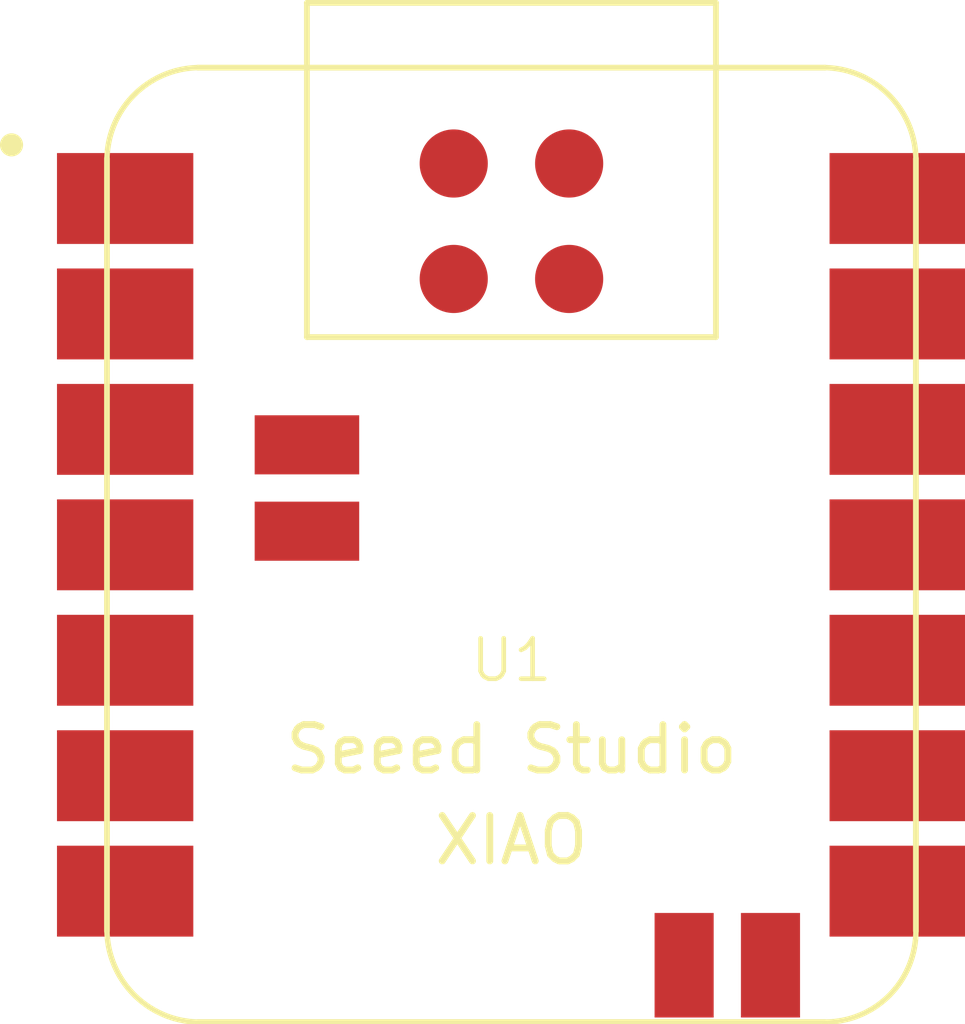
<source format=kicad_pcb>
(kicad_pcb (version 20240108) (generator "pcbnew") (generator_version "8.0")
  (layers (0 "F.Cu" signal) (1 "In1.Cu" power) (2 "In2.Cu" mixed) (31 "B.Cu" signal) (34 "B.Paste" user) (35 "F.Paste" user) (36 "B.SilkS" user "B.Silkscreen") (37 "F.SilkS" user "F.Silkscreen") (38 "B.Mask" user) (39 "F.Mask" user) (44 "Edge.Cuts" user))
  (net 0 "")
  (net 1 "pa31_swdio")
  (net 2 "_5v")
  (net 3 "pa30_swclk")
  (net 4 "_3v3")
  (net 5 "ic-gnd")
  (net 6 "reset")
  (net 7 "batplus")
  (net 8 "p009_nfc1")
  (net 9 "batminus")
  (net 10 "p010_nfc2")
  (net 11 "p114_d9_miso")
  (net 12 "p005_a5_d5_scl")
  (net 13 "p002_a0_d0")
  (net 14 "p115_d10_mosi")
  (net 15 "p028_a2_d2")
  (net 16 "p029_a3_d3")
  (net 17 "p113_d8_sck")
  (net 18 "p004_a4_d4_sda")
  (net 19 "p003_a1_d1")
  (net 20 "p112_d7_rx")
  (net 21 "p111_d6_tx")
  (footprint "lib:XIAO-nRF52840-Sense-14P-2.54-21X17.8MM" (layer "F.Cu") (at 167.5982 108.5088)
    (property "Reference" "U1" (at 0 2.54 0) (layer "F.SilkS") (effects (font (size 0.889 0.889) (thickness 0.1016))))
    (property "Value" "?" (hide yes))
    (fp_line (start -8.9 -8.5) (end -8.9 8.5) (stroke (width 0.127)) (layer "F.SilkS"))
    (fp_line (start -6.9 10.5) (end 6.9 10.5) (stroke (width 0.127)) (layer "F.SilkS"))
    (fp_line (start -4.5 -11.92403) (end 4.5 -11.92403) (stroke (width 0.127)) (layer "F.SilkS"))
    (fp_line (start -4.5 -4.57073) (end -4.5 -11.92403) (stroke (width 0.127)) (layer "F.SilkS"))
    (fp_line (start 4.5 -11.92403) (end 4.5 -4.57073) (stroke (width 0.127)) (layer "F.SilkS"))
    (fp_line (start 4.5 -4.57073) (end -4.5 -4.57073) (stroke (width 0.127)) (layer "F.SilkS"))
    (fp_line (start 6.9 -10.49909) (end -6.9 -10.49909) (stroke (width 0.127)) (layer "F.SilkS"))
    (fp_line (start 8.9 8.5) (end 8.9 -8.5) (stroke (width 0.127)) (layer "F.SilkS"))
    (fp_arc (start -8.9 -8.5) (mid -8.301491 -9.901491) (end -6.9 -10.5) (stroke (width 0.12)) (layer "F.SilkS"))
    (fp_arc (start -6.9 10.5) (mid -8.301423 9.901423) (end -8.9 8.5) (stroke (width 0.12)) (layer "F.SilkS"))
    (fp_arc (start 6.9 -10.5) (mid 8.301492 -9.901492) (end 8.9 -8.5) (stroke (width 0.12)) (layer "F.SilkS"))
    (fp_arc (start 8.9 8.5) (mid 8.314214 9.914214) (end 6.9 10.5) (stroke (width 0.12)) (layer "F.SilkS"))
    (fp_circle (center -11 -8.8) (end -11 -9.054) (fill solid) (layer "F.SilkS"))
    (fp_poly (pts (xy -8.887715 -8.561705) (xy -8.884667 -8.610473) (xy -8.880603 -8.659494)) (stroke (width 0.0254)) (fill none) (layer "F.SilkS"))
    (fp_poly (pts (xy 8.889492 8.521574) (xy 8.887713 8.57085) (xy 8.884665 8.619618) (xy 8.880601 8.668639) (xy 8.875268 8.717407) (xy 8.868664 8.766175) (xy 8.861044 8.81469) (xy 8.852153 8.86295) (xy 8.842248 8.910955)) (stroke (width 0.0254)) (fill none) (layer "F.SilkS"))
    (fp_text user "Seeed Studio" (at 0 4.5 0) (layer "F.SilkS"))
    (fp_text user "XIAO" (at 0 6.5 0) (layer "F.SilkS"))
    (pad "1" smd rect (at -8.5 -7.62) (size 3 2) (layers "F.Cu" "F.Paste" "F.Mask") (net 13 "p002_a0_d0"))
    (pad "2" smd rect (at -8.5 -5.08) (size 3 2) (layers "F.Cu" "F.Paste" "F.Mask") (net 19 "p003_a1_d1"))
    (pad "3" smd rect (at -8.5 -2.54) (size 3 2) (layers "F.Cu" "F.Paste" "F.Mask") (net 15 "p028_a2_d2"))
    (pad "4" smd rect (at -8.5 0) (size 3 2) (layers "F.Cu" "F.Paste" "F.Mask") (net 16 "p029_a3_d3"))
    (pad "5" smd rect (at -8.5 2.54) (size 3 2) (layers "F.Cu" "F.Paste" "F.Mask") (net 18 "p004_a4_d4_sda"))
    (pad "6" smd rect (at -8.5 5.08 180) (size 3 2) (layers "F.Cu" "F.Paste" "F.Mask") (net 12 "p005_a5_d5_scl"))
    (pad "7" smd rect (at -8.5 7.62) (size 3 2) (layers "F.Cu" "F.Paste" "F.Mask") (net 21 "p111_d6_tx"))
    (pad "8" smd rect (at 8.5 7.62) (size 3 2) (layers "F.Cu" "F.Paste" "F.Mask") (net 20 "p112_d7_rx"))
    (pad "9" smd rect (at 8.5 5.08) (size 3 2) (layers "F.Cu" "F.Paste" "F.Mask") (net 17 "p113_d8_sck"))
    (pad "10" smd rect (at 8.5 2.54) (size 3 2) (layers "F.Cu" "F.Paste" "F.Mask") (net 11 "p114_d9_miso"))
    (pad "11" smd rect (at 8.5 0) (size 3 2) (layers "F.Cu" "F.Paste" "F.Mask") (net 14 "p115_d10_mosi"))
    (pad "12" smd rect (at 8.5 -2.54) (size 3 2) (layers "F.Cu" "F.Paste" "F.Mask") (net 4 "_3v3"))
    (pad "13" smd rect (at 8.5 -5.08) (size 3 2) (layers "F.Cu" "F.Paste" "F.Mask") (net 5 "ic-gnd"))
    (pad "14" smd rect (at 8.5 -7.62) (size 3 2) (layers "F.Cu" "F.Paste" "F.Mask") (net 2 "_5v"))
    (pad "15" smd circle (at -1.27 -8.39 90) (size 1.5 1.5) (layers "F.Cu" "F.Paste" "F.Mask") (net 1 "pa31_swdio"))
    (pad "16" smd circle (at 1.27 -8.39 90) (size 1.5 1.5) (layers "F.Cu" "F.Paste" "F.Mask") (net 3 "pa30_swclk"))
    (pad "17" smd circle (at -1.27 -5.85 90) (size 1.5 1.5) (layers "F.Cu" "F.Paste" "F.Mask") (net 6 "reset"))
    (pad "18" smd circle (at 1.27 -5.85 90) (size 1.5 1.5) (layers "F.Cu" "F.Paste" "F.Mask") (net 5 "ic-gnd"))
    (pad "19" smd rect (at 3.8 9.25 90) (size 2.3 1.3) (layers "F.Cu" "F.Paste" "F.Mask") (net 8 "p009_nfc1"))
    (pad "20" smd rect (at 5.7 9.25 90) (size 2.3 1.3) (layers "F.Cu" "F.Paste" "F.Mask") (net 10 "p010_nfc2"))
    (pad "21" smd rect (at -4.5 -2.2 180) (size 2.3 1.3) (layers "F.Cu" "F.Paste" "F.Mask") (net 9 "batminus"))
    (pad "22" smd rect (at -4.5 -0.3 180) (size 2.3 1.3) (layers "F.Cu" "F.Paste" "F.Mask") (net 7 "batplus"))
  )
)
</source>
